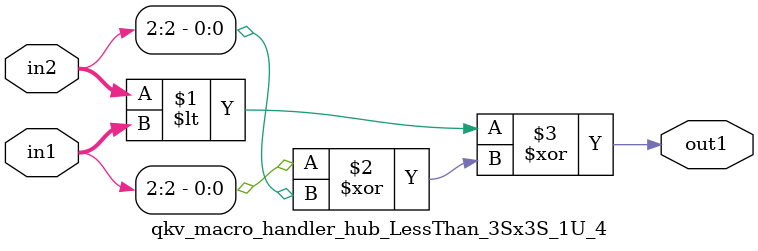
<source format=v>

`timescale 1ps / 1ps


module qkv_macro_handler_hub_LessThan_3Sx3S_1U_4( in2, in1, out1 );

    input [2:0] in2;
    input [2:0] in1;
    output out1;

    
    // rtl_process:qkv_macro_handler_hub_LessThan_3Sx3S_1U_4/qkv_macro_handler_hub_LessThan_3Sx3S_1U_4_thread_1
    assign out1 = (in2 < in1 ^ (in1[2] ^ in2[2]));

endmodule


</source>
